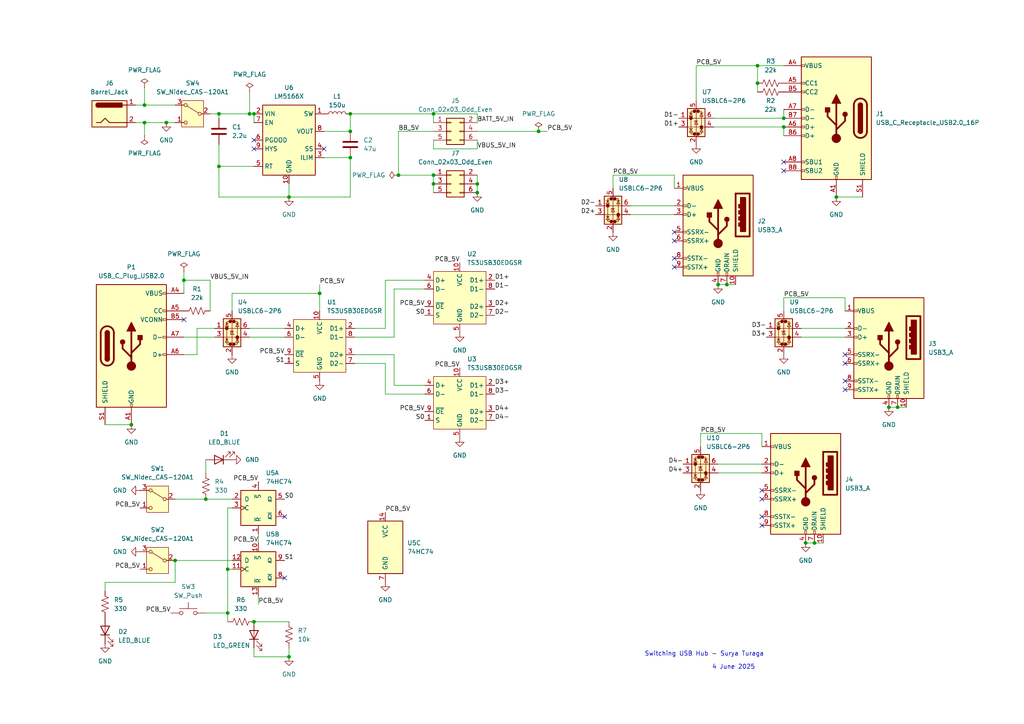
<source format=kicad_sch>
(kicad_sch (version 20250114) (generator "eeschema") (generator_version "9.0")
  (paper "A4")
  (lib_symbols
    (symbol "74xx:74HC74" (pin_names (offset 1.016))
      (property "Reference" "U" (at -7.62 8.89 0))
      (property "Value" "74HC74" (at -7.62 -8.89 0))
      (symbol "74HC74_1_0"
        (pin input line (at -7.62 2.54 0) (length 2.54) (name "D") (number "2"))
        (pin input clock (at -7.62 0 0) (length 2.54) (name "C") (number "3"))
        (pin input line (at 0 7.62 270) (length 2.54) (name "~{S}") (number "4"))
        (pin input line (at 0 -7.62 90) (length 2.54) (name "~{R}") (number "1"))
        (pin output line (at 7.62 2.54 180) (length 2.54) (name "Q") (number "5"))
        (pin output line (at 7.62 -2.54 180) (length 2.54) (name "~{Q}") (number "6"))
      )
      (symbol "74HC74_1_1"
        (rectangle (start -5.08 5.08) (end 5.08 -5.08) (stroke (width 0.254)) (fill (type background)))
      )
      (symbol "74HC74_2_0"
        (pin input line (at -7.62 2.54 0) (length 2.54) (name "D") (number "12"))
        (pin input clock (at -7.62 0 0) (length 2.54) (name "C") (number "11"))
        (pin input line (at 0 7.62 270) (length 2.54) (name "~{S}") (number "10"))
        (pin input line (at 0 -7.62 90) (length 2.54) (name "~{R}") (number "13"))
        (pin output line (at 7.62 2.54 180) (length 2.54) (name "Q") (number "9"))
        (pin output line (at 7.62 -2.54 180) (length 2.54) (name "~{Q}") (number "8"))
      )
      (symbol "74HC74_2_1"
        (rectangle (start -5.08 5.08) (end 5.08 -5.08) (stroke (width 0.254)) (fill (type background)))
      )
      (symbol "74HC74_3_0"
        (pin power_in line (at 0 10.16 270) (length 2.54) (name "VCC") (number "14"))
        (pin power_in line (at 0 -10.16 90) (length 2.54) (name "GND") (number "7"))
      )
      (symbol "74HC74_3_1"
        (rectangle (start -5.08 7.62) (end 5.08 -7.62) (stroke (width 0.254)) (fill (type background)))
      )
    )
    (symbol "Connector:Barrel_Jack" (pin_names (offset 1.016))
      (property "Reference" "J" (at 0 5.334 0))
      (property "Value" "Barrel_Jack" (at 0 -5.08 0))
      (symbol "Barrel_Jack_0_1"
        (rectangle (start -5.08 3.81) (end 5.08 -3.81) (stroke (width 0.254)) (fill (type background)))
        (polyline (pts (xy -3.81 -2.54) (xy -2.54 -2.54) (xy -1.27 -1.27) (xy 0 -2.54) (xy 2.54 -2.54) (xy 5.08 -2.54)) (stroke (width 0.254)))
        (arc (start -3.302 1.905) (mid -3.9343 2.54) (end -3.302 3.175) (stroke (width 0.254)))
        (arc (start -3.302 1.905) (mid -3.9343 2.54) (end -3.302 3.175) (stroke (width 0.254)) (fill (type outline)))
        (rectangle (start 3.683 3.175) (end -3.302 1.905) (stroke (width 0.254)) (fill (type outline)))
        (polyline (pts (xy 5.08 2.54) (xy 3.81 2.54)) (stroke (width 0.254)))
      )
      (symbol "Barrel_Jack_1_1"
        (pin passive line (at 7.62 2.54 180) (length 2.54) (name "~") (number "1"))
        (pin passive line (at 7.62 -2.54 180) (length 2.54) (name "~") (number "2"))
      )
    )
    (symbol "Connector:USB3_A" (pin_names (offset 1.016))
      (property "Reference" "J" (at -10.16 15.24 0))
      (property "Value" "USB3_A" (at 10.16 15.24 0))
      (symbol "USB3_A_0_0"
        (rectangle (start -9.144 8.636) (end -5.08 -3.81) (stroke (width 0.508)))
        (rectangle (start -7.874 7.366) (end -6.604 -2.286) (stroke (width 0.508)) (fill (type outline)))
        (rectangle (start -6.35 5.334) (end -6.096 4.572) (stroke (width 0.508)))
        (rectangle (start -6.35 3.556) (end -6.096 2.794) (stroke (width 0.508)))
        (rectangle (start -6.35 1.778) (end -6.096 1.016) (stroke (width 0.508)))
        (rectangle (start -6.35 0) (end -6.096 -0.762) (stroke (width 0.508)))
        (rectangle (start -2.794 -15.24) (end -2.286 -14.224))
        (rectangle (start -0.254 -15.24) (end 0.254 -14.224))
        (rectangle (start 10.16 10.414) (end 9.144 9.906))
        (rectangle (start 10.16 5.334) (end 9.144 4.826))
        (rectangle (start 10.16 2.794) (end 9.144 2.286))
        (rectangle (start 10.16 -2.286) (end 9.144 -2.794))
        (rectangle (start 10.16 -4.826) (end 9.144 -5.334))
        (rectangle (start 10.16 -9.906) (end 9.144 -10.414))
        (rectangle (start 10.16 -12.446) (end 9.144 -12.954))
      )
      (symbol "USB3_A_0_1"
        (rectangle (start -10.16 13.97) (end 10.16 -15.24) (stroke (width 0.254)) (fill (type background)))
      )
      (symbol "USB3_A_1_1"
        (circle (center -2.54 1.143) (radius 0.635) (stroke (width 0.254)) (fill (type outline)))
        (polyline (pts (xy -1.27 4.318) (xy 0 6.858) (xy 1.27 4.318) (xy -1.27 4.318)) (stroke (width 0.254)) (fill (type outline)))
        (polyline (pts (xy 0 -2.032) (xy 2.54 0.508) (xy 2.54 1.778)) (stroke (width 0.508)))
        (polyline (pts (xy 0 -3.302) (xy -2.54 -0.762) (xy -2.54 0.508)) (stroke (width 0.508)))
        (polyline (pts (xy 0 -5.842) (xy 0 4.318)) (stroke (width 0.508)))
        (circle (center 0 -5.842) (radius 1.27) (fill (type outline)))
        (rectangle (start 1.905 1.778) (end 3.175 3.048) (stroke (width 0.254)) (fill (type outline)))
        (pin passive line (at -5.08 -17.78 90) (length 2.54) (name "SHIELD") (number "10"))
        (pin passive line (at -2.54 -17.78 90) (length 2.54) (name "DRAIN") (number "7"))
        (pin power_in line (at 0 -17.78 90) (length 2.54) (name "GND") (number "4"))
        (pin power_in line (at 12.7 10.16 180) (length 2.54) (name "VBUS") (number "1"))
        (pin bidirectional line (at 12.7 5.08 180) (length 2.54) (name "D-") (number "2"))
        (pin bidirectional line (at 12.7 2.54 180) (length 2.54) (name "D+") (number "3"))
        (pin output line (at 12.7 -2.54 180) (length 2.54) (name "SSRX-") (number "5"))
        (pin output line (at 12.7 -5.08 180) (length 2.54) (name "SSRX+") (number "6"))
        (pin input line (at 12.7 -10.16 180) (length 2.54) (name "SSTX-") (number "8"))
        (pin input line (at 12.7 -12.7 180) (length 2.54) (name "SSTX+") (number "9"))
      )
    )
    (symbol "Connector:USB_C_Plug_USB2.0" (pin_names (offset 1.016))
      (property "Reference" "P" (at -10.16 19.05 0))
      (property "Value" "USB_C_Plug_USB2.0" (at 12.7 19.05 0))
      (symbol "USB_C_Plug_USB2.0_0_0"
        (rectangle (start -0.254 -17.78) (end 0.254 -16.764))
        (rectangle (start 10.16 15.494) (end 9.144 14.986))
        (rectangle (start 10.16 10.414) (end 9.144 9.906))
        (rectangle (start 10.16 7.874) (end 9.144 7.366))
        (rectangle (start 10.16 2.794) (end 9.144 2.286))
        (rectangle (start 10.16 -2.286) (end 9.144 -2.794))
      )
      (symbol "USB_C_Plug_USB2.0_0_1"
        (rectangle (start -10.16 17.78) (end 10.16 -17.78) (stroke (width 0.254)) (fill (type background)))
        (polyline (pts (xy -8.89 -3.81) (xy -8.89 3.81)) (stroke (width 0.508)))
        (rectangle (start -7.62 -3.81) (end -6.35 3.81) (stroke (width 0.254)) (fill (type outline)))
        (arc (start -7.62 3.81) (mid -6.985 4.4423) (end -6.35 3.81) (stroke (width 0.254)))
        (arc (start -7.62 3.81) (mid -6.985 4.4423) (end -6.35 3.81) (stroke (width 0.254)) (fill (type outline)))
        (arc (start -8.89 3.81) (mid -6.985 5.7067) (end -5.08 3.81) (stroke (width 0.508)))
        (arc (start -5.08 -3.81) (mid -6.985 -5.7067) (end -8.89 -3.81) (stroke (width 0.508)))
        (arc (start -6.35 -3.81) (mid -6.985 -4.4423) (end -7.62 -3.81) (stroke (width 0.254)))
        (arc (start -6.35 -3.81) (mid -6.985 -4.4423) (end -7.62 -3.81) (stroke (width 0.254)) (fill (type outline)))
        (polyline (pts (xy -5.08 3.81) (xy -5.08 -3.81)) (stroke (width 0.508)))
        (circle (center -2.54 1.143) (radius 0.635) (stroke (width 0.254)) (fill (type outline)))
        (polyline (pts (xy -1.27 4.318) (xy 0 6.858) (xy 1.27 4.318) (xy -1.27 4.318)) (stroke (width 0.254)) (fill (type outline)))
        (polyline (pts (xy 0 -2.032) (xy 2.54 0.508) (xy 2.54 1.778)) (stroke (width 0.508)))
        (polyline (pts (xy 0 -3.302) (xy -2.54 -0.762) (xy -2.54 0.508)) (stroke (width 0.508)))
        (polyline (pts (xy 0 -5.842) (xy 0 4.318)) (stroke (width 0.508)))
        (circle (center 0 -5.842) (radius 1.27) (fill (type outline)))
        (rectangle (start 1.905 1.778) (end 3.175 3.048) (stroke (width 0.254)) (fill (type outline)))
      )
      (symbol "USB_C_Plug_USB2.0_1_1"
        (pin passive line (at -7.62 -22.86 90) (length 5.08) (name "SHIELD") (number "S1"))
        (pin passive line (at 0 -22.86 90) (length 5.08) (name "GND") (number "A1"))
        (pin passive line (at 0 -22.86 90) (length 5.08) (hide yes) (name "GND") (number "A12"))
        (pin passive line (at 0 -22.86 90) (length 5.08) (hide yes) (name "GND") (number "B1"))
        (pin passive line (at 0 -22.86 90) (length 5.08) (hide yes) (name "GND") (number "B12"))
        (pin passive line (at 15.24 15.24 180) (length 5.08) (name "VBUS") (number "A4"))
        (pin passive line (at 15.24 15.24 180) (length 5.08) (hide yes) (name "VBUS") (number "A9"))
        (pin passive line (at 15.24 15.24 180) (length 5.08) (hide yes) (name "VBUS") (number "B4"))
        (pin passive line (at 15.24 15.24 180) (length 5.08) (hide yes) (name "VBUS") (number "B9"))
        (pin bidirectional line (at 15.24 10.16 180) (length 5.08) (name "CC") (number "A5"))
        (pin bidirectional line (at 15.24 7.62 180) (length 5.08) (name "VCONN") (number "B5"))
        (pin bidirectional line (at 15.24 2.54 180) (length 5.08) (name "D-") (number "A7"))
        (pin bidirectional line (at 15.24 -2.54 180) (length 5.08) (name "D+") (number "A6"))
      )
    )
    (symbol "Connector:USB_C_Receptacle_USB2.0_16P" (pin_names (offset 1.016))
      (property "Reference" "J" (at 0 22.225 0))
      (property "Value" "USB_C_Receptacle_USB2.0_16P" (at 0 19.685 0))
      (symbol "USB_C_Receptacle_USB2.0_16P_0_0"
        (rectangle (start -0.254 -17.78) (end 0.254 -16.764))
        (rectangle (start 10.16 15.494) (end 9.144 14.986))
        (rectangle (start 10.16 10.414) (end 9.144 9.906))
        (rectangle (start 10.16 7.874) (end 9.144 7.366))
        (rectangle (start 10.16 2.794) (end 9.144 2.286))
        (rectangle (start 10.16 0.254) (end 9.144 -0.254))
        (rectangle (start 10.16 -2.286) (end 9.144 -2.794))
        (rectangle (start 10.16 -4.826) (end 9.144 -5.334))
        (rectangle (start 10.16 -12.446) (end 9.144 -12.954))
        (rectangle (start 10.16 -14.986) (end 9.144 -15.494))
      )
      (symbol "USB_C_Receptacle_USB2.0_16P_0_1"
        (rectangle (start -10.16 17.78) (end 10.16 -17.78) (stroke (width 0.254)) (fill (type background)))
        (polyline (pts (xy -8.89 -3.81) (xy -8.89 3.81)) (stroke (width 0.508)))
        (rectangle (start -7.62 -3.81) (end -6.35 3.81) (stroke (width 0.254)) (fill (type outline)))
        (arc (start -7.62 3.81) (mid -6.985 4.4423) (end -6.35 3.81) (stroke (width 0.254)))
        (arc (start -7.62 3.81) (mid -6.985 4.4423) (end -6.35 3.81) (stroke (width 0.254)) (fill (type outline)))
        (arc (start -8.89 3.81) (mid -6.985 5.7067) (end -5.08 3.81) (stroke (width 0.508)))
        (arc (start -5.08 -3.81) (mid -6.985 -5.7067) (end -8.89 -3.81) (stroke (width 0.508)))
        (arc (start -6.35 -3.81) (mid -6.985 -4.4423) (end -7.62 -3.81) (stroke (width 0.254)))
        (arc (start -6.35 -3.81) (mid -6.985 -4.4423) (end -7.62 -3.81) (stroke (width 0.254)) (fill (type outline)))
        (polyline (pts (xy -5.08 3.81) (xy -5.08 -3.81)) (stroke (width 0.508)))
        (circle (center -2.54 1.143) (radius 0.635) (stroke (width 0.254)) (fill (type outline)))
        (polyline (pts (xy -1.27 4.318) (xy 0 6.858) (xy 1.27 4.318) (xy -1.27 4.318)) (stroke (width 0.254)) (fill (type outline)))
        (polyline (pts (xy 0 -2.032) (xy 2.54 0.508) (xy 2.54 1.778)) (stroke (width 0.508)))
        (polyline (pts (xy 0 -3.302) (xy -2.54 -0.762) (xy -2.54 0.508)) (stroke (width 0.508)))
        (polyline (pts (xy 0 -5.842) (xy 0 4.318)) (stroke (width 0.508)))
        (circle (center 0 -5.842) (radius 1.27) (fill (type outline)))
        (rectangle (start 1.905 1.778) (end 3.175 3.048) (stroke (width 0.254)) (fill (type outline)))
      )
      (symbol "USB_C_Receptacle_USB2.0_16P_1_1"
        (pin passive line (at -7.62 -22.86 90) (length 5.08) (name "SHIELD") (number "S1"))
        (pin passive line (at 0 -22.86 90) (length 5.08) (name "GND") (number "A1"))
        (pin passive line (at 0 -22.86 90) (length 5.08) (hide yes) (name "GND") (number "A12"))
        (pin passive line (at 0 -22.86 90) (length 5.08) (hide yes) (name "GND") (number "B1"))
        (pin passive line (at 0 -22.86 90) (length 5.08) (hide yes) (name "GND") (number "B12"))
        (pin passive line (at 15.24 15.24 180) (length 5.08) (name "VBUS") (number "A4"))
        (pin passive line (at 15.24 15.24 180) (length 5.08) (hide yes) (name "VBUS") (number "A9"))
        (pin passive line (at 15.24 15.24 180) (length 5.08) (hide yes) (name "VBUS") (number "B4"))
        (pin passive line (at 15.24 15.24 180) (length 5.08) (hide yes) (name "VBUS") (number "B9"))
        (pin bidirectional line (at 15.24 10.16 180) (length 5.08) (name "CC1") (number "A5"))
        (pin bidirectional line (at 15.24 7.62 180) (length 5.08) (name "CC2") (number "B5"))
        (pin bidirectional line (at 15.24 2.54 180) (length 5.08) (name "D-") (number "A7"))
        (pin bidirectional line (at 15.24 0 180) (length 5.08) (name "D-") (number "B7"))
        (pin bidirectional line (at 15.24 -2.54 180) (length 5.08) (name "D+") (number "A6"))
        (pin bidirectional line (at 15.24 -5.08 180) (length 5.08) (name "D+") (number "B6"))
        (pin bidirectional line (at 15.24 -12.7 180) (length 5.08) (name "SBU1") (number "A8"))
        (pin bidirectional line (at 15.24 -15.24 180) (length 5.08) (name "SBU2") (number "B8"))
      )
    )
    (symbol "Connector_Generic:Conn_02x03_Odd_Even" (pin_names (offset 1.016) (hide yes))
      (property "Reference" "J" (at 1.27 5.08 0))
      (property "Value" "Conn_02x03_Odd_Even" (at 1.27 -5.08 0))
      (symbol "Conn_02x03_Odd_Even_1_1"
        (rectangle (start -1.27 3.81) (end 3.81 -3.81) (stroke (width 0.254)) (fill (type background)))
        (rectangle (start -1.27 2.667) (end 0 2.413) (stroke (width 0.1524)))
        (rectangle (start -1.27 0.127) (end 0 -0.127) (stroke (width 0.1524)))
        (rectangle (start -1.27 -2.413) (end 0 -2.667) (stroke (width 0.1524)))
        (rectangle (start 3.81 2.667) (end 2.54 2.413) (stroke (width 0.1524)))
        (rectangle (start 3.81 0.127) (end 2.54 -0.127) (stroke (width 0.1524)))
        (rectangle (start 3.81 -2.413) (end 2.54 -2.667) (stroke (width 0.1524)))
        (pin passive line (at -5.08 2.54 0) (length 3.81) (name "Pin_1") (number "1"))
        (pin passive line (at -5.08 0 0) (length 3.81) (name "Pin_3") (number "3"))
        (pin passive line (at -5.08 -2.54 0) (length 3.81) (name "Pin_5") (number "5"))
        (pin passive line (at 7.62 2.54 180) (length 3.81) (name "Pin_2") (number "2"))
        (pin passive line (at 7.62 0 180) (length 3.81) (name "Pin_4") (number "4"))
        (pin passive line (at 7.62 -2.54 180) (length 3.81) (name "Pin_6") (number "6"))
      )
    )
    (symbol "Device:C" (pin_numbers (hide yes)) (pin_names (offset 0.254))
      (property "Reference" "C" (at 0.635 2.54 0))
      (property "Value" "C" (at 0.635 -2.54 0))
      (symbol "C_0_1"
        (polyline (pts (xy -2.032 0.762) (xy 2.032 0.762)) (stroke (width 0.508)))
        (polyline (pts (xy -2.032 -0.762) (xy 2.032 -0.762)) (stroke (width 0.508)))
      )
      (symbol "C_1_1"
        (pin passive line (at 0 3.81 270) (length 2.794) (name "~") (number "1"))
        (pin passive line (at 0 -3.81 90) (length 2.794) (name "~") (number "2"))
      )
    )
    (symbol "Device:L" (pin_numbers (hide yes)) (pin_names (offset 1.016) (hide yes))
      (property "Reference" "L" (at -1.27 0 90))
      (property "Value" "L" (at 1.905 0 90))
      (symbol "L_0_1"
        (arc (start 0 2.54) (mid 0.6323 1.905) (end 0 1.27))
        (arc (start 0 1.27) (mid 0.6323 0.635) (end 0 0))
        (arc (start 0 0) (mid 0.6323 -0.635) (end 0 -1.27))
        (arc (start 0 -1.27) (mid 0.6323 -1.905) (end 0 -2.54))
      )
      (symbol "L_1_1"
        (pin passive line (at 0 3.81 270) (length 1.27) (name "1") (number "1"))
        (pin passive line (at 0 -3.81 90) (length 1.27) (name "2") (number "2"))
      )
    )
    (symbol "Device:LED" (pin_numbers (hide yes)) (pin_names (offset 1.016) (hide yes))
      (property "Reference" "D" (at 0 2.54 0))
      (property "Value" "LED" (at 0 -2.54 0))
      (symbol "LED_0_1"
        (polyline (pts (xy -3.048 -0.762) (xy -4.572 -2.286) (xy -3.81 -2.286) (xy -4.572 -2.286) (xy -4.572 -1.524)))
        (polyline (pts (xy -1.778 -0.762) (xy -3.302 -2.286) (xy -2.54 -2.286) (xy -3.302 -2.286) (xy -3.302 -1.524)))
        (polyline (pts (xy -1.27 0) (xy 1.27 0)))
        (polyline (pts (xy -1.27 -1.27) (xy -1.27 1.27)) (stroke (width 0.254)))
        (polyline (pts (xy 1.27 -1.27) (xy 1.27 1.27) (xy -1.27 0) (xy 1.27 -1.27)) (stroke (width 0.254)))
      )
      (symbol "LED_1_1"
        (pin passive line (at -3.81 0 0) (length 2.54) (name "K") (number "1"))
        (pin passive line (at 3.81 0 180) (length 2.54) (name "A") (number "2"))
      )
    )
    (symbol "Device:R_US" (pin_numbers (hide yes)) (pin_names (offset 0))
      (property "Reference" "R" (at 2.54 0 90))
      (property "Value" "R_US" (at -2.54 0 90))
      (symbol "R_US_0_1"
        (polyline (pts (xy 0 2.286) (xy 0 2.54)))
        (polyline (pts (xy 0 2.286) (xy 1.016 1.905) (xy 0 1.524) (xy -1.016 1.143) (xy 0 0.762)))
        (polyline (pts (xy 0 0.762) (xy 1.016 0.381) (xy 0 0) (xy -1.016 -0.381) (xy 0 -0.762)))
        (polyline (pts (xy 0 -0.762) (xy 1.016 -1.143) (xy 0 -1.524) (xy -1.016 -1.905) (xy 0 -2.286)))
        (polyline (pts (xy 0 -2.286) (xy 0 -2.54)))
      )
      (symbol "R_US_1_1"
        (pin passive line (at 0 3.81 270) (length 1.27) (name "~") (number "1"))
        (pin passive line (at 0 -3.81 90) (length 1.27) (name "~") (number "2"))
      )
    )
    (symbol "Interface_USB:TS3USB30EDGSR"
      (property "Reference" "U" (at -6.35 8.89 0))
      (property "Value" "TS3USB30EDGSR" (at 8.89 8.89 0))
      (symbol "TS3USB30EDGSR_1_1"
        (rectangle (start -7.62 7.62) (end 7.62 -7.62) (fill (type background)))
        (pin bidirectional line (at -10.16 5.08 0) (length 2.54) (name "D+") (number "4"))
        (pin bidirectional line (at -10.16 2.54 0) (length 2.54) (name "D-") (number "6"))
        (pin input line (at -10.16 -2.54 0) (length 2.54) (name "~{OE}") (number "9"))
        (pin input line (at -10.16 -5.08 0) (length 2.54) (name "S") (number "1"))
        (pin power_in line (at 0 10.16 270) (length 2.54) (name "VCC") (number "10"))
        (pin power_in line (at 0 -10.16 90) (length 2.54) (name "GND") (number "5"))
        (pin bidirectional line (at 10.16 5.08 180) (length 2.54) (name "D1+") (number "2"))
        (pin bidirectional line (at 10.16 2.54 180) (length 2.54) (name "D1-") (number "8"))
        (pin bidirectional line (at 10.16 -2.54 180) (length 2.54) (name "D2+") (number "3"))
        (pin bidirectional line (at 10.16 -5.08 180) (length 2.54) (name "D2-") (number "7"))
      )
    )
    (symbol "Power_Protection:USBLC6-2P6" (pin_names (hide yes))
      (property "Reference" "U" (at 0.635 5.715 0))
      (property "Value" "USBLC6-2P6" (at 0.635 3.81 0))
      (symbol "USBLC6-2P6_0_0"
        (circle (center -1.524 0) (radius 0.0001) (stroke (width 0.508)))
        (circle (center -0.508 2.032) (radius 0.0001) (stroke (width 0.508)))
        (circle (center -0.508 -4.572) (radius 0.0001) (stroke (width 0.508)))
        (circle (center 0.508 2.032) (radius 0.0001) (stroke (width 0.508)))
        (circle (center 0.508 -4.572) (radius 0.0001) (stroke (width 0.508)))
        (circle (center 1.524 -2.54) (radius 0.0001) (stroke (width 0.508)))
      )
      (symbol "USBLC6-2P6_0_1"
        (polyline (pts (xy -2.54 0) (xy 2.54 0)))
        (polyline (pts (xy -2.54 -2.54) (xy 2.54 -2.54)))
        (polyline (pts (xy -2.032 0.508) (xy -1.016 0.508) (xy -1.524 1.524) (xy -2.032 0.508)))
        (polyline (pts (xy -2.032 -3.048) (xy -1.016 -3.048)))
        (polyline (pts (xy -1.016 1.524) (xy -2.032 1.524)))
        (polyline (pts (xy -1.016 -4.064) (xy -2.032 -4.064) (xy -1.524 -3.048) (xy -1.016 -4.064)))
        (polyline (pts (xy -0.508 -1.143) (xy -0.508 -0.762) (xy 0.508 -0.762)))
        (polyline (pts (xy 0 2.54) (xy -0.508 2.032) (xy 0.508 2.032) (xy 0 1.524) (xy 0 -4.064) (xy -0.508 -4.572) (xy 0.508 -4.572) (xy 0 -5.08)))
        (polyline (pts (xy 0.508 -1.778) (xy -0.508 -1.778) (xy 0 -0.762) (xy 0.508 -1.778)))
        (polyline (pts (xy 1.016 1.524) (xy 2.032 1.524)))
        (polyline (pts (xy 1.016 -3.048) (xy 2.032 -3.048)))
        (polyline (pts (xy 2.032 0.508) (xy 1.016 0.508) (xy 1.524 1.524) (xy 2.032 0.508)))
        (polyline (pts (xy 2.032 -4.064) (xy 1.016 -4.064) (xy 1.524 -3.048) (xy 2.032 -4.064)))
      )
      (symbol "USBLC6-2P6_1_1"
        (rectangle (start -2.54 2.794) (end 2.54 -5.334) (stroke (width 0.254)) (fill (type background)))
        (polyline (pts (xy -0.508 2.032) (xy -1.524 2.032) (xy -1.524 -4.572) (xy -0.508 -4.572)))
        (polyline (pts (xy 0.508 -4.572) (xy 1.524 -4.572) (xy 1.524 2.032) (xy 0.508 2.032)))
        (pin passive line (at -5.08 0 0) (length 2.54) (name "I/O1") (number "1"))
        (pin passive line (at -5.08 -2.54 0) (length 2.54) (name "I/O2") (number "3"))
        (pin passive line (at 0 5.08 270) (length 2.54) (name "VBUS") (number "5"))
        (pin passive line (at 0 -7.62 90) (length 2.54) (name "GND") (number "2"))
        (pin passive line (at 5.08 0 180) (length 2.54) (name "I/O1") (number "6"))
        (pin passive line (at 5.08 -2.54 180) (length 2.54) (name "I/O2") (number "4"))
      )
    )
    (symbol "Regulator_Switching:LM5166X"
      (property "Reference" "U" (at -7.62 11.43 0))
      (property "Value" "LM5166X" (at 7.62 11.43 0))
      (symbol "LM5166X_0_1"
        (rectangle (start -7.62 10.16) (end 7.62 -10.16) (stroke (width 0.254)) (fill (type background)))
      )
      (symbol "LM5166X_1_1"
        (pin power_in line (at -10.16 7.62 0) (length 2.54) (name "VIN") (number "2"))
        (pin input line (at -10.16 5.08 0) (length 2.54) (name "EN") (number "7"))
        (pin output line (at -10.16 0 0) (length 2.54) (name "PGOOD") (number "6"))
        (pin output line (at -10.16 -2.54 0) (length 2.54) (name "HYS") (number "9"))
        (pin input line (at -10.16 -7.62 0) (length 2.54) (name "RT") (number "5"))
        (pin power_in line (at 0 -12.7 90) (length 2.54) (name "GND") (number "10"))
        (pin passive line (at 0 -12.7 90) (length 2.54) (hide yes) (name "GND") (number "11"))
        (pin power_out line (at 10.16 7.62 180) (length 2.54) (name "SW") (number "1"))
        (pin input line (at 10.16 2.54 180) (length 2.54) (name "VOUT") (number "8"))
        (pin input line (at 10.16 -2.54 180) (length 2.54) (name "SS") (number "4"))
        (pin input line (at 10.16 -5.08 180) (length 2.54) (name "ILIM") (number "3"))
      )
    )
    (symbol "Switch:SW_Nidec_CAS-120A1" (pin_names (offset 1) (hide yes))
      (property "Reference" "SW" (at 0 4.318 0))
      (property "Value" "SW_Nidec_CAS-120A1" (at 0 -5.08 0))
      (symbol "SW_Nidec_CAS-120A1_0_1"
        (circle (center -2.032 0) (radius 0.4572))
        (polyline (pts (xy -1.651 0.254) (xy 1.651 2.286)))
        (circle (center 2.032 2.54) (radius 0.4572))
        (circle (center 2.032 -2.54) (radius 0.4572))
      )
      (symbol "SW_Nidec_CAS-120A1_1_1"
        (rectangle (start -3.175 3.81) (end 3.175 -3.81) (fill (type background)))
        (pin passive line (at -5.08 0 0) (length 2.54) (name "B") (number "2"))
        (pin passive line (at 5.08 2.54 180) (length 2.54) (name "A") (number "3"))
        (pin passive line (at 5.08 -2.54 180) (length 2.54) (name "C") (number "1"))
      )
    )
    (symbol "Switch:SW_Push" (pin_numbers (hide yes)) (pin_names (offset 1.016) (hide yes))
      (property "Reference" "SW" (at 1.27 2.54 0))
      (property "Value" "SW_Push" (at 0 -1.524 0))
      (symbol "SW_Push_0_1"
        (circle (center -2.032 0) (radius 0.508))
        (polyline (pts (xy 0 1.27) (xy 0 3.048)))
        (circle (center 2.032 0) (radius 0.508))
        (polyline (pts (xy 2.54 1.27) (xy -2.54 1.27)))
        (pin passive line (at -5.08 0 0) (length 2.54) (name "1") (number "1"))
        (pin passive line (at 5.08 0 180) (length 2.54) (name "2") (number "2"))
      )
    )
    (symbol "power:GND" (power) (pin_numbers (hide yes)) (pin_names (offset 0) (hide yes))
      (property "Value" "GND" (at 0 -3.81 0))
      (symbol "GND_0_1"
        (polyline (pts (xy 0 0) (xy 0 -1.27) (xy 1.27 -1.27) (xy 0 -2.54) (xy -1.27 -1.27) (xy 0 -1.27)))
      )
      (symbol "GND_1_1"
        (pin power_in line (at 0 0 270) (length 0) (name "~") (number "1"))
      )
    )
    (symbol "power:PWR_FLAG" (power) (pin_numbers (hide yes)) (pin_names (offset 0) (hide yes))
      (property "Value" "PWR_FLAG" (at 0 3.81 0))
      (symbol "PWR_FLAG_0_0"
        (pin power_out line (at 0 0 90) (length 0) (name "~") (number "1"))
      )
      (symbol "PWR_FLAG_0_1"
        (polyline (pts (xy 0 0) (xy 0 1.27) (xy -1.016 1.905) (xy 0 2.54) (xy 1.016 1.905) (xy 0 1.27)))
      )
    )
  )
  (text "4 June 2025" (at 206.502 193.548 0) (effects (font (size 1.27 1.27)) (justify left)))
  (text "Switching USB Hub - Surya Turaga" (at 186.944 189.738 0) (effects (font (size 1.27 1.27)) (justify left)))
  (junction (at 53.34 81.28))
  (junction (at 101.6 45.72))
  (junction (at 101.6 33.02))
  (junction (at 63.5 48.26))
  (junction (at 101.6 38.1))
  (junction (at 83.82 190.5))
  (junction (at 210.82 82.55))
  (junction (at 208.28 82.55))
  (junction (at 50.8 162.56))
  (junction (at 63.5 33.02))
  (junction (at 233.68 157.48))
  (junction (at 236.22 157.48))
  (junction (at 227.33 34.29))
  (junction (at 242.57 57.15))
  (junction (at 138.43 55.88))
  (junction (at 260.35 118.11))
  (junction (at 41.91 35.56))
  (junction (at 219.71 19.05))
  (junction (at 38.1 123.19))
  (junction (at 227.33 36.83))
  (junction (at 66.04 165.1))
  (junction (at 72.39 33.02))
  (junction (at 257.81 118.11))
  (junction (at 59.69 144.78))
  (junction (at 156.21 38.1))
  (junction (at 115.57 50.8))
  (junction (at 92.71 85.09))
  (junction (at 41.91 30.48))
  (junction (at 73.66 33.02))
  (junction (at 125.73 53.34))
  (junction (at 48.26 35.56))
  (junction (at 73.66 180.34))
  (junction (at 66.04 177.8))
  (junction (at 138.43 53.34))
  (junction (at 219.71 24.13))
  (junction (at 125.73 50.8))
  (junction (at 125.73 33.02))
  (junction (at 83.82 57.15))
  (no_connect (at 53.34 92.71))
  (no_connect (at 195.58 67.31))
  (no_connect (at 220.98 152.4))
  (no_connect (at 195.58 69.85))
  (no_connect (at 245.11 102.87))
  (no_connect (at 82.55 167.64))
  (no_connect (at 245.11 105.41))
  (no_connect (at 245.11 113.03))
  (no_connect (at 227.33 49.53))
  (no_connect (at 220.98 142.24))
  (no_connect (at 195.58 74.93))
  (no_connect (at 93.98 43.18))
  (no_connect (at 245.11 110.49))
  (no_connect (at 220.98 149.86))
  (no_connect (at 82.55 149.86))
  (no_connect (at 73.66 40.64))
  (no_connect (at 195.58 77.47))
  (no_connect (at 73.66 43.18))
  (no_connect (at 220.98 144.78))
  (no_connect (at 227.33 46.99))
  (wire (pts (xy 138.43 53.34) (xy 138.43 55.88)))
  (wire (pts (xy 182.88 62.23) (xy 195.58 62.23)))
  (wire (pts (xy 41.91 35.56) (xy 41.91 39.37)))
  (wire (pts (xy 101.6 57.15) (xy 83.82 57.15)))
  (wire (pts (xy 219.71 24.13) (xy 219.71 26.67)))
  (wire (pts (xy 101.6 33.02) (xy 101.6 38.1)))
  (wire (pts (xy 39.37 30.48) (xy 41.91 30.48)))
  (wire (pts (xy 73.66 33.02) (xy 73.66 35.56)))
  (wire (pts (xy 245.11 86.36) (xy 227.33 86.36)))
  (wire (pts (xy 111.76 81.28) (xy 123.19 81.28)))
  (wire (pts (xy 111.76 95.25) (xy 111.76 81.28)))
  (wire (pts (xy 207.01 36.83) (xy 227.33 36.83)))
  (wire (pts (xy 83.82 53.34) (xy 83.82 57.15)))
  (wire (pts (xy 220.98 129.54) (xy 220.98 125.73)))
  (wire (pts (xy 53.34 97.79) (xy 62.23 97.79)))
  (wire (pts (xy 74.93 154.94) (xy 74.93 157.48)))
  (wire (pts (xy 203.2 125.73) (xy 203.2 129.54)))
  (wire (pts (xy 63.5 48.26) (xy 73.66 48.26)))
  (wire (pts (xy 67.31 85.09) (xy 67.31 90.17)))
  (wire (pts (xy 57.15 102.87) (xy 57.15 95.25)))
  (wire (pts (xy 220.98 125.73) (xy 203.2 125.73)))
  (wire (pts (xy 30.48 123.19) (xy 38.1 123.19)))
  (wire (pts (xy 101.6 45.72) (xy 93.98 45.72)))
  (wire (pts (xy 41.91 35.56) (xy 39.37 35.56)))
  (wire (pts (xy 111.76 105.41) (xy 111.76 114.3)))
  (wire (pts (xy 195.58 54.61) (xy 195.58 50.8)))
  (wire (pts (xy 125.73 50.8) (xy 125.73 53.34)))
  (wire (pts (xy 114.3 102.87) (xy 114.3 111.76)))
  (wire (pts (xy 30.48 171.45) (xy 30.48 168.91)))
  (wire (pts (xy 63.5 41.91) (xy 63.5 48.26)))
  (wire (pts (xy 242.57 57.15) (xy 250.19 57.15)))
  (wire (pts (xy 60.96 81.28) (xy 53.34 81.28)))
  (wire (pts (xy 123.19 83.82) (xy 114.3 83.82)))
  (wire (pts (xy 101.6 33.02) (xy 125.73 33.02)))
  (wire (pts (xy 60.96 33.02) (xy 63.5 33.02)))
  (wire (pts (xy 138.43 43.18) (xy 138.43 40.64)))
  (wire (pts (xy 177.8 50.8) (xy 177.8 54.61)))
  (wire (pts (xy 73.66 187.96) (xy 73.66 190.5)))
  (wire (pts (xy 219.71 19.05) (xy 219.71 24.13)))
  (wire (pts (xy 72.39 97.79) (xy 82.55 97.79)))
  (wire (pts (xy 73.66 190.5) (xy 83.82 190.5)))
  (wire (pts (xy 59.69 144.78) (xy 67.31 144.78)))
  (wire (pts (xy 125.73 40.64) (xy 125.73 43.18)))
  (wire (pts (xy 195.58 50.8) (xy 177.8 50.8)))
  (wire (pts (xy 114.3 83.82) (xy 114.3 97.79)))
  (wire (pts (xy 201.93 19.05) (xy 201.93 29.21)))
  (wire (pts (xy 63.5 33.02) (xy 72.39 33.02)))
  (wire (pts (xy 53.34 102.87) (xy 57.15 102.87)))
  (wire (pts (xy 125.73 33.02) (xy 138.43 33.02)))
  (wire (pts (xy 67.31 85.09) (xy 92.71 85.09)))
  (wire (pts (xy 50.8 162.56) (xy 67.31 162.56)))
  (wire (pts (xy 66.04 177.8) (xy 59.69 177.8)))
  (wire (pts (xy 72.39 33.02) (xy 73.66 33.02)))
  (wire (pts (xy 48.26 35.56) (xy 41.91 35.56)))
  (wire (pts (xy 260.35 118.11) (xy 262.89 118.11)))
  (wire (pts (xy 101.6 45.72) (xy 101.6 57.15)))
  (wire (pts (xy 74.93 175.26) (xy 74.93 172.72)))
  (wire (pts (xy 156.21 38.1) (xy 158.75 38.1)))
  (wire (pts (xy 138.43 33.02) (xy 138.43 35.56)))
  (wire (pts (xy 92.71 90.17) (xy 92.71 85.09)))
  (wire (pts (xy 41.91 30.48) (xy 50.8 30.48)))
  (wire (pts (xy 67.31 147.32) (xy 66.04 147.32)))
  (wire (pts (xy 138.43 38.1) (xy 156.21 38.1)))
  (wire (pts (xy 227.33 36.83) (xy 227.33 39.37)))
  (wire (pts (xy 83.82 187.96) (xy 83.82 190.5)))
  (wire (pts (xy 114.3 97.79) (xy 102.87 97.79)))
  (wire (pts (xy 208.28 134.62) (xy 220.98 134.62)))
  (wire (pts (xy 232.41 95.25) (xy 245.11 95.25)))
  (wire (pts (xy 125.73 50.8) (xy 115.57 50.8)))
  (wire (pts (xy 125.73 35.56) (xy 125.73 33.02)))
  (wire (pts (xy 227.33 34.29) (xy 227.33 31.75)))
  (wire (pts (xy 59.69 133.35) (xy 59.69 137.16)))
  (wire (pts (xy 63.5 34.29) (xy 63.5 33.02)))
  (wire (pts (xy 63.5 57.15) (xy 63.5 48.26)))
  (wire (pts (xy 73.66 180.34) (xy 83.82 180.34)))
  (wire (pts (xy 72.39 26.67) (xy 72.39 33.02)))
  (wire (pts (xy 232.41 97.79) (xy 245.11 97.79)))
  (wire (pts (xy 30.48 168.91) (xy 50.8 168.91)))
  (wire (pts (xy 245.11 90.17) (xy 245.11 86.36)))
  (wire (pts (xy 101.6 38.1) (xy 93.98 38.1)))
  (wire (pts (xy 257.81 118.11) (xy 260.35 118.11)))
  (wire (pts (xy 50.8 168.91) (xy 50.8 162.56)))
  (wire (pts (xy 66.04 165.1) (xy 67.31 165.1)))
  (wire (pts (xy 227.33 19.05) (xy 219.71 19.05)))
  (wire (pts (xy 66.04 177.8) (xy 66.04 180.34)))
  (wire (pts (xy 66.04 165.1) (xy 66.04 177.8)))
  (wire (pts (xy 219.71 19.05) (xy 201.93 19.05)))
  (wire (pts (xy 66.04 147.32) (xy 66.04 165.1)))
  (wire (pts (xy 50.8 35.56) (xy 48.26 35.56)))
  (wire (pts (xy 115.57 38.1) (xy 125.73 38.1)))
  (wire (pts (xy 102.87 105.41) (xy 111.76 105.41)))
  (wire (pts (xy 50.8 144.78) (xy 59.69 144.78)))
  (wire (pts (xy 236.22 157.48) (xy 238.76 157.48)))
  (wire (pts (xy 57.15 95.25) (xy 62.23 95.25)))
  (wire (pts (xy 125.73 43.18) (xy 138.43 43.18)))
  (wire (pts (xy 182.88 59.69) (xy 195.58 59.69)))
  (wire (pts (xy 138.43 50.8) (xy 138.43 53.34)))
  (wire (pts (xy 53.34 78.74) (xy 53.34 81.28)))
  (wire (pts (xy 125.73 53.34) (xy 125.73 55.88)))
  (wire (pts (xy 83.82 57.15) (xy 63.5 57.15)))
  (wire (pts (xy 114.3 111.76) (xy 123.19 111.76)))
  (wire (pts (xy 115.57 38.1) (xy 115.57 50.8)))
  (wire (pts (xy 111.76 114.3) (xy 123.19 114.3)))
  (wire (pts (xy 72.39 95.25) (xy 82.55 95.25)))
  (wire (pts (xy 207.01 34.29) (xy 227.33 34.29)))
  (wire (pts (xy 208.28 82.55) (xy 210.82 82.55)))
  (wire (pts (xy 210.82 82.55) (xy 213.36 82.55)))
  (wire (pts (xy 233.68 157.48) (xy 236.22 157.48)))
  (wire (pts (xy 41.91 25.4) (xy 41.91 30.48)))
  (wire (pts (xy 92.71 82.55) (xy 92.71 85.09)))
  (wire (pts (xy 227.33 86.36) (xy 227.33 90.17)))
  (wire (pts (xy 102.87 95.25) (xy 111.76 95.25)))
  (wire (pts (xy 53.34 81.28) (xy 53.34 85.09)))
  (wire (pts (xy 60.96 81.28) (xy 60.96 90.17)))
  (wire (pts (xy 208.28 137.16) (xy 220.98 137.16)))
  (wire (pts (xy 102.87 102.87) (xy 114.3 102.87)))
  (label "PCB_5V" (at 49.53 177.8 180))
  (label "D3-" (at 143.51 114.3 0))
  (label "PCB_5V" (at 123.19 119.38 180))
  (label "D3+" (at 143.51 111.76 0))
  (label "PCB_5V" (at 201.93 19.05 0))
  (label "PCB_5V" (at 92.71 82.55 0))
  (label "PCB_5V" (at 74.93 157.48 180))
  (label "D2+" (at 143.51 88.9 0))
  (label "PCB_5V" (at 133.35 76.2 180))
  (label "S0" (at 123.19 121.92 180))
  (label "PCB_5V" (at 177.8 50.8 0))
  (label "BATT_5V_IN" (at 138.43 35.56 0))
  (label "PCB_5V" (at 74.93 175.26 0))
  (label "S1" (at 82.55 105.41 180))
  (label "PCB_5V" (at 40.64 165.1 180))
  (label "D4+" (at 143.51 119.38 0))
  (label "PCB_5V" (at 40.64 147.32 180))
  (label "S0" (at 82.55 144.78 0))
  (label "D1+" (at 196.85 36.83 180))
  (label "VBUS_5V_IN" (at 60.96 81.28 0))
  (label "D4+" (at 198.12 137.16 180))
  (label "S0" (at 123.19 91.44 180))
  (label "D3-" (at 222.25 95.25 180))
  (label "D4-" (at 198.12 134.62 180))
  (label "D2-" (at 172.72 59.69 180))
  (label "PCB_5V" (at 158.75 38.1 0))
  (label "PCB_5V" (at 82.55 102.87 180))
  (label "D2-" (at 143.51 91.44 0))
  (label "BB_5V" (at 115.57 38.1 0))
  (label "D3+" (at 222.25 97.79 180))
  (label "PCB_5V" (at 123.19 88.9 180))
  (label "PCB_5V" (at 227.33 86.36 0))
  (label "D1-" (at 196.85 34.29 180))
  (label "S1" (at 82.55 162.56 0))
  (label "D2+" (at 172.72 62.23 180))
  (label "PCB_5V" (at 203.2 125.73 0))
  (label "VBUS_5V_IN" (at 138.43 43.18 0))
  (label "PCB_5V" (at 111.76 148.59 0))
  (label "D4-" (at 143.51 121.92 0))
  (label "PCB_5V" (at 133.35 106.68 180))
  (label "D1+" (at 143.51 81.28 0))
  (label "PCB_5V" (at 74.93 139.7 180))
  (label "D1-" (at 143.51 83.82 0))
  (symbol (lib_id "Device:R_US") (at 223.52 26.67 90) (unit 1)
    (property "Reference" "R2" (at 223.52 29.21 90))
    (property "Value" "22k" (at 223.52 31.75 90))
    (property "Footprint" "Resistor_SMD:R_0805_2012Metric" (effects (hide yes)))
    (property "Description" "Resistor, US symbol" (effects (hide yes)))
  )
  (symbol (lib_id "Power_Protection:USBLC6-2P6") (at 203.2 134.62 0) (unit 1)
    (property "Reference" "U10" (at 204.8511 127 0) (effects (justify left)))
    (property "Value" "USBLC6-2P6" (at 204.8511 129.54 0) (effects (justify left)))
    (property "Footprint" "Package_TO_SOT_SMD:SOT-666" (effects (hide yes)))
    (property "Datasheet" "https://www.st.com/resource/en/datasheet/usblc6-2.pdf" (effects (hide yes)))
    (property "Description" "Very low capacitance ESD protection diode, 2 data-line, SOT-666" (effects (hide yes)))
  )
  (symbol (lib_id "Device:R_US") (at 30.48 175.26 180) (unit 1)
    (property "Reference" "R5" (at 33.02 173.9899 0) (effects (justify right)))
    (property "Value" "330" (at 33.02 176.5299 0) (effects (justify right)))
    (property "Footprint" "Resistor_SMD:R_0805_2012Metric" (effects (hide yes)))
    (property "Description" "Resistor, US symbol" (effects (hide yes)))
  )
  (symbol (lib_id "Device:L") (at 97.79 33.02 90) (unit 1)
    (property "Reference" "L1" (at 97.79 27.94 90))
    (property "Value" "150u" (at 97.79 30.48 90))
    (property "Footprint" "Inductor_SMD:L_0805_2012Metric" (effects (hide yes)))
    (property "Description" "Inductor" (effects (hide yes)))
  )
  (symbol (lib_id "power:PWR_FLAG") (at 72.39 26.67 0) (unit 1)
    (property "Reference" "#FLG06" (effects (hide yes)))
    (property "Value" "PWR_FLAG" (at 72.39 21.59 0))
    (property "Description" "Special symbol for telling ERC where power comes from" (effects (hide yes)))
  )
  (symbol (lib_id "Power_Protection:USBLC6-2P6") (at 201.93 34.29 0) (unit 1)
    (property "Reference" "U7" (at 203.5811 26.67 0) (effects (justify left)))
    (property "Value" "USBLC6-2P6" (at 203.5811 29.21 0) (effects (justify left)))
    (property "Footprint" "Package_TO_SOT_SMD:SOT-666" (effects (hide yes)))
    (property "Datasheet" "https://www.st.com/resource/en/datasheet/usblc6-2.pdf" (effects (hide yes)))
    (property "Description" "Very low capacitance ESD protection diode, 2 data-line, SOT-666" (effects (hide yes)))
  )
  (symbol (lib_id "power:GND") (at 133.35 127 0) (unit 1)
    (property "Reference" "#PWR015" (effects (hide yes)))
    (property "Value" "GND" (at 133.35 132.08 0))
    (property "Description" "Power symbol creates a global label with name \"GND\" , ground" (effects (hide yes)))
  )
  (symbol (lib_id "Interface_USB:TS3USB30EDGSR") (at 133.35 116.84 0) (unit 1)
    (property "Reference" "U3" (at 135.4933 104.14 0) (effects (justify left)))
    (property "Value" "TS3USB30EDGSR" (at 135.4933 106.68 0) (effects (justify left)))
    (property "Footprint" "Package_SO:VSSOP-10_3x3mm_P0.5mm" (effects (hide yes)))
    (property "Datasheet" "https://www.ti.com/lit/ds/symlink/ts3usb30e.pdf" (effects (hide yes)))
    (property "Description" "ESD-Protected, High-Speed USB 2.0 (480-Mbps) 1:2 Multiplexer/Demultiplexer Switch With Single Enable, VSSOP-10" (effects (hide yes)))
  )
  (symbol (lib_id "Interface_USB:TS3USB30EDGSR") (at 133.35 86.36 0) (unit 1)
    (property "Reference" "U2" (at 135.4933 73.66 0) (effects (justify left)))
    (property "Value" "TS3USB30EDGSR" (at 135.4933 76.2 0) (effects (justify left)))
    (property "Footprint" "Package_SO:VSSOP-10_3x3mm_P0.5mm" (effects (hide yes)))
    (property "Datasheet" "https://www.ti.com/lit/ds/symlink/ts3usb30e.pdf" (effects (hide yes)))
    (property "Description" "ESD-Protected, High-Speed USB 2.0 (480-Mbps) 1:2 Multiplexer/Demultiplexer Switch With Single Enable, VSSOP-10" (effects (hide yes)))
  )
  (symbol (lib_id "power:PWR_FLAG") (at 53.34 78.74 0) (unit 1)
    (property "Reference" "#FLG01" (effects (hide yes)))
    (property "Value" "PWR_FLAG" (at 53.34 73.66 0))
    (property "Description" "Special symbol for telling ERC where power comes from" (effects (hide yes)))
  )
  (symbol (lib_id "Device:R_US") (at 83.82 184.15 0) (unit 1)
    (property "Reference" "R7" (at 86.36 182.8799 0) (effects (justify left)))
    (property "Value" "10k" (at 86.36 185.4199 0) (effects (justify left)))
    (property "Footprint" "Resistor_SMD:R_0805_2012Metric" (effects (hide yes)))
    (property "Description" "Resistor, US symbol" (effects (hide yes)))
  )
  (symbol (lib_id "power:GND") (at 233.68 157.48 0) (unit 1)
    (property "Reference" "#PWR013" (effects (hide yes)))
    (property "Value" "GND" (at 233.68 162.56 0))
    (property "Description" "Power symbol creates a global label with name \"GND\" , ground" (effects (hide yes)))
  )
  (symbol (lib_id "Switch:SW_Nidec_CAS-120A1") (at 55.88 33.02 0) (mirror y) (unit 1)
    (property "Reference" "SW4" (at 55.88 24.13 0))
    (property "Value" "SW_Nidec_CAS-120A1" (at 55.88 26.67 0))
    (property "Footprint" "Button_Switch_SMD:Nidec_Copal_CAS-120A" (effects (hide yes)))
    (property "Datasheet" "https://www.nidec-components.com/e/catalog/switch/cas.pdf" (effects (hide yes)))
    (property "Description" "Switch, single pole double throw" (effects (hide yes)))
  )
  (symbol (lib_id "power:GND") (at 257.81 118.11 0) (unit 1)
    (property "Reference" "#PWR011" (effects (hide yes)))
    (property "Value" "GND" (at 257.81 123.19 0))
    (property "Description" "Power symbol creates a global label with name \"GND\" , ground" (effects (hide yes)))
  )
  (symbol (lib_id "Device:R_US") (at 223.52 24.13 90) (unit 1)
    (property "Reference" "R3" (at 223.52 17.78 90))
    (property "Value" "22k" (at 223.52 20.32 90))
    (property "Footprint" "Resistor_SMD:R_0805_2012Metric" (effects (hide yes)))
    (property "Description" "Resistor, US symbol" (effects (hide yes)))
  )
  (symbol (lib_id "Power_Protection:USBLC6-2P6") (at 67.31 95.25 0) (unit 1)
    (property "Reference" "U4" (at 68.9611 87.63 0) (effects (justify left)))
    (property "Value" "USBLC6-2P6" (at 68.9611 90.17 0) (effects (justify left)))
    (property "Footprint" "Package_TO_SOT_SMD:SOT-666" (effects (hide yes)))
    (property "Datasheet" "https://www.st.com/resource/en/datasheet/usblc6-2.pdf" (effects (hide yes)))
    (property "Description" "Very low capacitance ESD protection diode, 2 data-line, SOT-666" (effects (hide yes)))
  )
  (symbol (lib_id "power:PWR_FLAG") (at 115.57 50.8 90) (unit 1)
    (property "Reference" "#FLG04" (effects (hide yes)))
    (property "Value" "PWR_FLAG" (at 111.76 50.7999 90) (effects (justify left)))
    (property "Description" "Special symbol for telling ERC where power comes from" (effects (hide yes)))
  )
  (symbol (lib_id "Interface_USB:TS3USB30EDGSR") (at 92.71 100.33 0) (unit 1)
    (property "Reference" "U1" (at 94.8533 87.63 0) (effects (justify left)))
    (property "Value" "TS3USB30EDGSR" (at 94.8533 90.17 0) (effects (justify left)))
    (property "Footprint" "Package_SO:VSSOP-10_3x3mm_P0.5mm" (effects (hide yes)))
    (property "Datasheet" "https://www.ti.com/lit/ds/symlink/ts3usb30e.pdf" (effects (hide yes)))
    (property "Description" "ESD-Protected, High-Speed USB 2.0 (480-Mbps) 1:2 Multiplexer/Demultiplexer Switch With Single Enable, VSSOP-10" (effects (hide yes)))
  )
  (symbol (lib_id "power:GND") (at 227.33 102.87 0) (unit 1)
    (property "Reference" "#PWR010" (effects (hide yes)))
    (property "Value" "GND" (at 227.33 107.95 0))
    (property "Description" "Power symbol creates a global label with name \"GND\" , ground" (effects (hide yes)))
  )
  (symbol (lib_id "Connector:USB3_A") (at 233.68 139.7 0) (mirror y) (unit 1)
    (property "Reference" "J4" (at 245.11 139.0649 0) (effects (justify right)))
    (property "Value" "USB3_A" (at 245.11 141.6049 0) (effects (justify right)))
    (property "Footprint" "Connector_USB:USB3_A_Receptacle_Wuerth_692122030100" (effects (hide yes)))
    (property "Description" "USB 3.0 A connector" (effects (hide yes)))
  )
  (symbol (lib_id "74xx:74HC74") (at 74.93 147.32 0) (unit 1)
    (property "Reference" "U5" (at 77.0733 137.16 0) (effects (justify left)))
    (property "Value" "74HC74" (at 77.0733 139.7 0) (effects (justify left)))
    (property "Footprint" "Package_DIP:DIP-14_W7.62mm_SMDSocket_SmallPads" (effects (hide yes)))
    (property "Datasheet" "74xx/74hc_hct74.pdf" (effects (hide yes)))
    (property "Description" "Dual D Flip-flop, Set & Reset" (effects (hide yes)))
  )
  (symbol (lib_id "Connector:USB_C_Receptacle_USB2.0_16P") (at 242.57 34.29 0) (mirror y) (unit 1)
    (property "Reference" "J1" (at 254 33.0199 0) (effects (justify right)))
    (property "Value" "USB_C_Receptacle_USB2.0_16P" (at 254 35.5599 0) (effects (justify right)))
    (property "Footprint" "Connector_USB:USB_C_Receptacle_Molex_105450-0101" (effects (hide yes)))
    (property "Datasheet" "https://www.usb.org/sites/default/files/documents/usb_type-c.zip" (effects (hide yes)))
    (property "Description" "USB 2.0-only 16P Type-C Receptacle connector" (effects (hide yes)))
  )
  (symbol (lib_id "Device:R_US") (at 59.69 140.97 0) (unit 1)
    (property "Reference" "R4" (at 62.23 139.6999 0) (effects (justify left)))
    (property "Value" "330" (at 62.23 142.2399 0) (effects (justify left)))
    (property "Footprint" "Resistor_SMD:R_0805_2012Metric" (effects (hide yes)))
    (property "Description" "Resistor, US symbol" (effects (hide yes)))
  )
  (symbol (lib_id "power:GND") (at 30.48 186.69 0) (unit 1)
    (property "Reference" "#PWR022" (effects (hide yes)))
    (property "Value" "GND" (at 30.48 191.77 0))
    (property "Description" "Power symbol creates a global label with name \"GND\" , ground" (effects (hide yes)))
  )
  (symbol (lib_id "Connector:USB3_A") (at 257.81 100.33 0) (mirror y) (unit 1)
    (property "Reference" "J3" (at 269.24 99.6949 0) (effects (justify right)))
    (property "Value" "USB3_A" (at 269.24 102.2349 0) (effects (justify right)))
    (property "Footprint" "Connector_USB:USB3_A_Receptacle_Wuerth_692122030100" (effects (hide yes)))
    (property "Description" "USB 3.0 A connector" (effects (hide yes)))
  )
  (symbol (lib_id "power:GND") (at 83.82 190.5 0) (unit 1)
    (property "Reference" "#PWR018" (effects (hide yes)))
    (property "Value" "GND" (at 83.82 195.58 0))
    (property "Description" "Power symbol creates a global label with name \"GND\" , ground" (effects (hide yes)))
  )
  (symbol (lib_id "Device:LED") (at 63.5 133.35 180) (unit 1)
    (property "Reference" "D1" (at 65.0875 125.73 0))
    (property "Value" "LED_BLUE" (at 65.0875 128.27 0))
    (property "Footprint" "LED_SMD:LED_0805_2012Metric" (effects (hide yes)))
    (property "Description" "Light emitting diode" (effects (hide yes)))
    (property "Sim.Pins" "1=K 2=A" (effects (hide yes)))
  )
  (symbol (lib_id "Device:C") (at 101.6 41.91 0) (unit 1)
    (property "Reference" "C2" (at 105.41 40.6399 0) (effects (justify left)))
    (property "Value" "47u" (at 105.41 43.1799 0) (effects (justify left)))
    (property "Footprint" "Capacitor_SMD:C_0805_2012Metric" (effects (hide yes)))
    (property "Description" "Unpolarized capacitor" (effects (hide yes)))
  )
  (symbol (lib_id "power:GND") (at 38.1 123.19 0) (unit 1)
    (property "Reference" "#PWR05" (effects (hide yes)))
    (property "Value" "GND" (at 38.1 128.27 0))
    (property "Description" "Power symbol creates a global label with name \"GND\" , ground" (effects (hide yes)))
  )
  (symbol (lib_id "power:GND") (at 83.82 57.15 0) (unit 1)
    (property "Reference" "#PWR02" (effects (hide yes)))
    (property "Value" "GND" (at 83.82 62.23 0))
    (property "Description" "Power symbol creates a global label with name \"GND\" , ground" (effects (hide yes)))
  )
  (symbol (lib_id "power:GND") (at 133.35 96.52 0) (unit 1)
    (property "Reference" "#PWR014" (effects (hide yes)))
    (property "Value" "GND" (at 133.35 101.6 0))
    (property "Description" "Power symbol creates a global label with name \"GND\" , ground" (effects (hide yes)))
  )
  (symbol (lib_id "Connector:USB_C_Plug_USB2.0") (at 38.1 100.33 0) (unit 1)
    (property "Reference" "P1" (at 38.1 77.47 0))
    (property "Value" "USB_C_Plug_USB2.0" (at 38.1 80.01 0))
    (property "Footprint" "Connector_USB:USB_C_Plug_Molex_105444" (effects (hide yes)))
    (property "Datasheet" "https://www.usb.org/sites/default/files/documents/usb_type-c.zip" (effects (hide yes)))
    (property "Description" "USB 2.0-only Type-C Plug connector" (effects (hide yes)))
  )
  (symbol (lib_id "Device:R_US") (at 57.15 90.17 90) (unit 1)
    (property "Reference" "R1" (at 57.15 83.82 90))
    (property "Value" "22k" (at 57.15 86.36 90))
    (property "Footprint" "Resistor_SMD:R_0805_2012Metric" (effects (hide yes)))
    (property "Description" "Resistor, US symbol" (effects (hide yes)))
  )
  (symbol (lib_id "power:GND") (at 48.26 35.56 0) (unit 1)
    (property "Reference" "#PWR01" (effects (hide yes)))
    (property "Value" "GND" (at 48.26 40.64 0))
    (property "Description" "Power symbol creates a global label with name \"GND\" , ground" (effects (hide yes)))
  )
  (symbol (lib_id "power:GND") (at 40.64 142.24 270) (unit 1)
    (property "Reference" "#PWR019" (effects (hide yes)))
    (property "Value" "GND" (at 36.83 142.2399 90) (effects (justify right)))
    (property "Description" "Power symbol creates a global label with name \"GND\" , ground" (effects (hide yes)))
  )
  (symbol (lib_id "power:GND") (at 177.8 67.31 0) (unit 1)
    (property "Reference" "#PWR08" (effects (hide yes)))
    (property "Value" "GND" (at 177.8 72.39 0))
    (property "Description" "Power symbol creates a global label with name \"GND\" , ground" (effects (hide yes)))
  )
  (symbol (lib_id "power:GND") (at 201.93 41.91 0) (unit 1)
    (property "Reference" "#PWR07" (effects (hide yes)))
    (property "Value" "GND" (at 201.93 46.99 0))
    (property "Description" "Power symbol creates a global label with name \"GND\" , ground" (effects (hide yes)))
  )
  (symbol (lib_id "Switch:SW_Push") (at 54.61 177.8 0) (unit 1)
    (property "Reference" "SW3" (at 54.61 170.18 0))
    (property "Value" "SW_Push" (at 54.61 172.72 0))
    (property "Footprint" "Button_Switch_SMD:SW_SPST_PTS645" (effects (hide yes)))
    (property "Description" "Push button switch, generic, two pins" (effects (hide yes)))
  )
  (symbol (lib_id "power:GND") (at 208.28 82.55 0) (unit 1)
    (property "Reference" "#PWR09" (effects (hide yes)))
    (property "Value" "GND" (at 208.28 87.63 0))
    (property "Description" "Power symbol creates a global label with name \"GND\" , ground" (effects (hide yes)))
  )
  (symbol (lib_id "Connector_Generic:Conn_02x03_Odd_Even") (at 130.81 38.1 0) (unit 1)
    (property "Reference" "J5" (at 132.08 29.21 0))
    (property "Value" "Conn_02x03_Odd_Even" (at 132.08 31.75 0))
    (property "Footprint" "Connector_PinHeader_2.54mm:PinHeader_2x03_P2.54mm_Vertical" (effects (hide yes)))
    (property "Description" "Generic connector, double row, 02x03, odd/even pin numbering scheme (row 1 odd numbers, row 2 even numbers), script generated (kicad-library-utils/schlib/autogen/connector/)" (effects (hide yes)))
  )
  (symbol (lib_id "74xx:74HC74") (at 111.76 158.75 0) (unit 3)
    (property "Reference" "U5" (at 118.11 157.4799 0) (effects (justify left)))
    (property "Value" "74HC74" (at 118.11 160.0199 0) (effects (justify left)))
    (property "Footprint" "Package_DIP:DIP-14_W7.62mm_SMDSocket_SmallPads" (effects (hide yes)))
    (property "Datasheet" "74xx/74hc_hct74.pdf" (effects (hide yes)))
    (property "Description" "Dual D Flip-flop, Set & Reset" (effects (hide yes)))
  )
  (symbol (lib_id "74xx:74HC74") (at 74.93 165.1 0) (unit 2)
    (property "Reference" "U5" (at 77.0733 154.94 0) (effects (justify left)))
    (property "Value" "74HC74" (at 77.0733 157.48 0) (effects (justify left)))
    (property "Footprint" "Package_DIP:DIP-14_W7.62mm_SMDSocket_SmallPads" (effects (hide yes)))
    (property "Datasheet" "74xx/74hc_hct74.pdf" (effects (hide yes)))
    (property "Description" "Dual D Flip-flop, Set & Reset" (effects (hide yes)))
  )
  (symbol (lib_id "Regulator_Switching:LM5166X") (at 83.82 40.64 0) (unit 1)
    (property "Reference" "U6" (at 83.82 25.4 0))
    (property "Value" "LM5166X" (at 83.82 27.94 0))
    (property "Footprint" "Package_SON:Texas_S-PVSON-N10_ThermalVias" (effects (hide yes)))
    (property "Datasheet" "http://www.ti.com/lit/ds/symlink/lm5166.pdf" (effects (hide yes)))
    (property "Description" "500mA Synchronous Buck Converter With Ultra-Low IQ, 3V-65V input, 5.0V fixed output voltage, DFN-10" (effects (hide yes)))
  )
  (symbol (lib_id "Device:LED") (at 73.66 184.15 90) (unit 1)
    (property "Reference" "D3" (at 61.722 184.658 90) (effects (justify right)))
    (property "Value" "LED_GREEN" (at 61.722 187.198 90) (effects (justify right)))
    (property "Footprint" "LED_SMD:LED_0805_2012Metric" (effects (hide yes)))
    (property "Description" "Light emitting diode" (effects (hide yes)))
    (property "Sim.Pins" "1=K 2=A" (effects (hide yes)))
  )
  (symbol (lib_id "power:PWR_FLAG") (at 41.91 25.4 0) (unit 1)
    (property "Reference" "#FLG02" (effects (hide yes)))
    (property "Value" "PWR_FLAG" (at 41.91 20.32 0))
    (property "Description" "Special symbol for telling ERC where power comes from" (effects (hide yes)))
  )
  (symbol (lib_id "power:GND") (at 92.71 110.49 0) (unit 1)
    (property "Reference" "#PWR016" (effects (hide yes)))
    (property "Value" "GND" (at 92.71 115.57 0))
    (property "Description" "Power symbol creates a global label with name \"GND\" , ground" (effects (hide yes)))
  )
  (symbol (lib_id "power:GND") (at 67.31 102.87 0) (unit 1)
    (property "Reference" "#PWR04" (effects (hide yes)))
    (property "Value" "GND" (at 67.31 107.95 0))
    (property "Description" "Power symbol creates a global label with name \"GND\" , ground" (effects (hide yes)))
  )
  (symbol (lib_id "power:GND") (at 40.64 160.02 270) (unit 1)
    (property "Reference" "#PWR020" (effects (hide yes)))
    (property "Value" "GND" (at 36.83 160.0199 90) (effects (justify right)))
    (property "Description" "Power symbol creates a global label with name \"GND\" , ground" (effects (hide yes)))
  )
  (symbol (lib_id "Power_Protection:USBLC6-2P6") (at 227.33 95.25 0) (unit 1)
    (property "Reference" "U9" (at 228.9811 87.63 0) (effects (justify left)))
    (property "Value" "USBLC6-2P6" (at 228.9811 90.17 0) (effects (justify left)))
    (property "Footprint" "Package_TO_SOT_SMD:SOT-666" (effects (hide yes)))
    (property "Datasheet" "https://www.st.com/resource/en/datasheet/usblc6-2.pdf" (effects (hide yes)))
    (property "Description" "Very low capacitance ESD protection diode, 2 data-line, SOT-666" (effects (hide yes)))
  )
  (symbol (lib_id "Connector_Generic:Conn_02x03_Odd_Even") (at 130.81 53.34 0) (unit 1)
    (property "Reference" "J7" (at 132.08 44.45 0))
    (property "Value" "Conn_02x03_Odd_Even" (at 132.08 46.99 0))
    (property "Footprint" "Connector_PinHeader_2.54mm:PinHeader_2x03_P2.54mm_Vertical" (effects (hide yes)))
    (property "Description" "Generic connector, double row, 02x03, odd/even pin numbering scheme (row 1 odd numbers, row 2 even numbers), script generated (kicad-library-utils/schlib/autogen/connector/)" (effects (hide yes)))
  )
  (symbol (lib_id "power:PWR_FLAG") (at 156.21 38.1 0) (unit 1)
    (property "Reference" "#FLG05" (effects (hide yes)))
    (property "Value" "PWR_FLAG" (at 156.21 33.02 0))
    (property "Description" "Special symbol for telling ERC where power comes from" (effects (hide yes)))
  )
  (symbol (lib_id "power:GND") (at 67.31 133.35 90) (unit 1)
    (property "Reference" "#PWR021" (effects (hide yes)))
    (property "Value" "GND" (at 71.12 133.3499 90) (effects (justify right)))
    (property "Description" "Power symbol creates a global label with name \"GND\" , ground" (effects (hide yes)))
  )
  (symbol (lib_id "Switch:SW_Nidec_CAS-120A1") (at 45.72 162.56 0) (mirror y) (unit 1)
    (property "Reference" "SW2" (at 45.72 153.67 0))
    (property "Value" "SW_Nidec_CAS-120A1" (at 45.72 156.21 0))
    (property "Footprint" "Button_Switch_SMD:Nidec_Copal_CAS-120A" (effects (hide yes)))
    (property "Datasheet" "https://www.nidec-components.com/e/catalog/switch/cas.pdf" (effects (hide yes)))
    (property "Description" "Switch, single pole double throw" (effects (hide yes)))
  )
  (symbol (lib_id "Device:R_US") (at 69.85 180.34 90) (unit 1)
    (property "Reference" "R6" (at 69.85 173.99 90))
    (property "Value" "330" (at 69.85 176.53 90))
    (property "Footprint" "Resistor_SMD:R_0805_2012Metric" (effects (hide yes)))
    (property "Description" "Resistor, US symbol" (effects (hide yes)))
  )
  (symbol (lib_id "power:GND") (at 138.43 55.88 0) (unit 1)
    (property "Reference" "#PWR03" (effects (hide yes)))
    (property "Value" "GND" (at 138.43 60.96 0))
    (property "Description" "Power symbol creates a global label with name \"GND\" , ground" (effects (hide yes)))
  )
  (symbol (lib_id "Device:LED") (at 30.48 182.88 90) (unit 1)
    (property "Reference" "D2" (at 34.29 183.1974 90) (effects (justify right)))
    (property "Value" "LED_BLUE" (at 34.29 185.7374 90) (effects (justify right)))
    (property "Footprint" "LED_SMD:LED_0805_2012Metric" (effects (hide yes)))
    (property "Description" "Light emitting diode" (effects (hide yes)))
    (property "Sim.Pins" "1=K 2=A" (effects (hide yes)))
  )
  (symbol (lib_id "Connector:Barrel_Jack") (at 31.75 33.02 0) (unit 1)
    (property "Reference" "J6" (at 31.75 24.13 0))
    (property "Value" "Barrel_Jack" (at 31.75 26.67 0))
    (property "Footprint" "Connector_BarrelJack:BarrelJack_Horizontal" (effects (hide yes)))
    (property "Description" "DC Barrel Jack" (effects (hide yes)))
  )
  (symbol (lib_id "Switch:SW_Nidec_CAS-120A1") (at 45.72 144.78 0) (mirror y) (unit 1)
    (property "Reference" "SW1" (at 45.72 135.89 0))
    (property "Value" "SW_Nidec_CAS-120A1" (at 45.72 138.43 0))
    (property "Footprint" "Button_Switch_SMD:Nidec_Copal_CAS-120A" (effects (hide yes)))
    (property "Datasheet" "https://www.nidec-components.com/e/catalog/switch/cas.pdf" (effects (hide yes)))
    (property "Description" "Switch, single pole double throw" (effects (hide yes)))
  )
  (symbol (lib_id "Device:C") (at 63.5 38.1 0) (unit 1)
    (property "Reference" "C1" (at 67.31 36.8299 0) (effects (justify left)))
    (property "Value" "2.2u" (at 67.31 39.3699 0) (effects (justify left)))
    (property "Footprint" "Capacitor_SMD:C_0805_2012Metric" (effects (hide yes)))
    (property "Description" "Unpolarized capacitor" (effects (hide yes)))
  )
  (symbol (lib_id "power:PWR_FLAG") (at 41.91 39.37 180) (unit 1)
    (property "Reference" "#FLG03" (effects (hide yes)))
    (property "Value" "PWR_FLAG" (at 41.91 44.45 0))
    (property "Description" "Special symbol for telling ERC where power comes from" (effects (hide yes)))
  )
  (symbol (lib_id "Connector:USB3_A") (at 208.28 64.77 0) (mirror y) (unit 1)
    (property "Reference" "J2" (at 219.71 64.1349 0) (effects (justify right)))
    (property "Value" "USB3_A" (at 219.71 66.6749 0) (effects (justify right)))
    (property "Footprint" "Connector_USB:USB3_A_Receptacle_Wuerth_692122030100" (effects (hide yes)))
    (property "Description" "USB 3.0 A connector" (effects (hide yes)))
  )
  (symbol (lib_id "power:GND") (at 111.76 168.91 0) (unit 1)
    (property "Reference" "#PWR017" (effects (hide yes)))
    (property "Value" "GND" (at 111.76 173.99 0))
    (property "Description" "Power symbol creates a global label with name \"GND\" , ground" (effects (hide yes)))
  )
  (symbol (lib_id "power:GND") (at 203.2 142.24 0) (unit 1)
    (property "Reference" "#PWR012" (effects (hide yes)))
    (property "Value" "GND" (at 203.2 147.32 0))
    (property "Description" "Power symbol creates a global label with name \"GND\" , ground" (effects (hide yes)))
  )
  (symbol (lib_id "power:GND") (at 242.57 57.15 0) (unit 1)
    (property "Reference" "#PWR06" (effects (hide yes)))
    (property "Value" "GND" (at 242.57 62.23 0))
    (property "Description" "Power symbol creates a global label with name \"GND\" , ground" (effects (hide yes)))
  )
  (symbol (lib_id "Power_Protection:USBLC6-2P6") (at 177.8 59.69 0) (unit 1)
    (property "Reference" "U8" (at 179.4511 52.07 0) (effects (justify left)))
    (property "Value" "USBLC6-2P6" (at 179.4511 54.61 0) (effects (justify left)))
    (property "Footprint" "Package_TO_SOT_SMD:SOT-666" (effects (hide yes)))
    (property "Datasheet" "https://www.st.com/resource/en/datasheet/usblc6-2.pdf" (effects (hide yes)))
    (property "Description" "Very low capacitance ESD protection diode, 2 data-line, SOT-666" (effects (hide yes)))
  )
)
</source>
